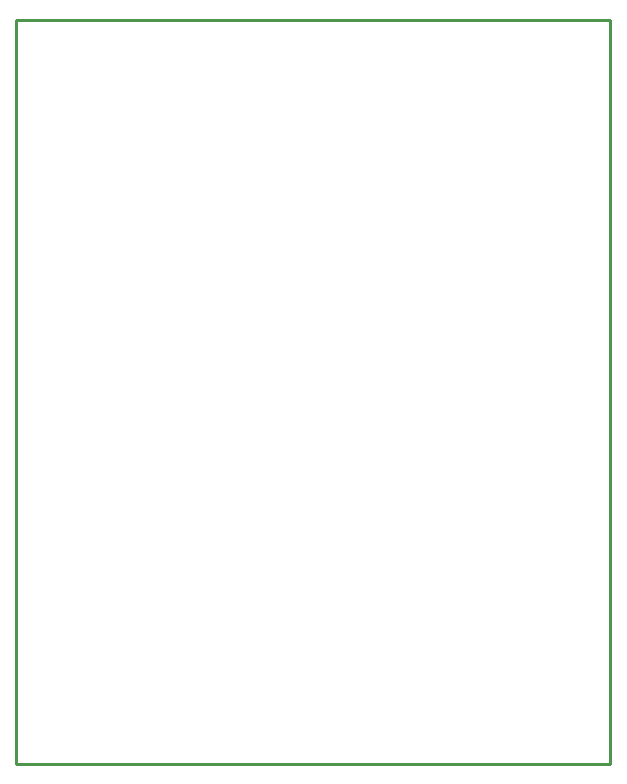
<source format=gbr>
G04 start of page 6 for group 4 idx 4 *
G04 Title: (unknown), outline *
G04 Creator: pcb 1.99z *
G04 CreationDate: Sun 01 Aug 2010 05:53:12 AM GMT UTC *
G04 For: jensen *
G04 Format: Gerber/RS-274X *
G04 PCB-Dimensions: 200000 250000 *
G04 PCB-Coordinate-Origin: lower left *
%MOIN*%
%FSLAX25Y25*%
%LNOUTLINE*%
%ADD35C,0.0100*%
G54D35*X1000Y249000D02*Y1000D01*
X198000D01*
X199000Y2000D02*Y249000D01*
X1000D01*
X189000Y1000D02*X199000D01*
Y11000D01*
M02*

</source>
